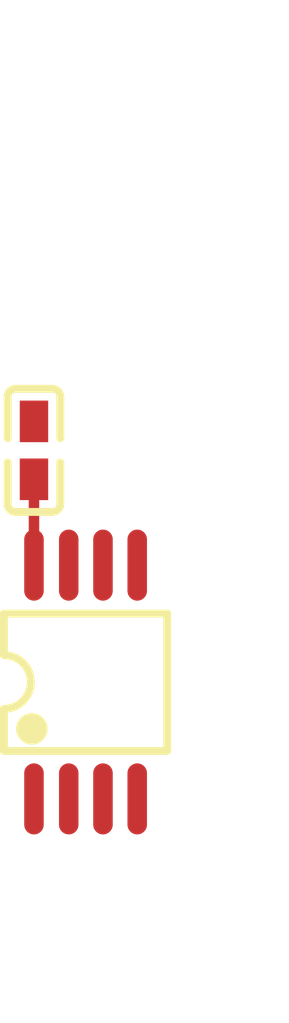
<source format=kicad_pcb>
(kicad_pcb (version 20241229) (generator "pcbnew") (generator_version "9.0")
  (layers (0 "F.Cu" signal) (2 "B.Cu" signal) (13 "F.Paste" user) (15 "B.Paste" user) (5 "F.SilkS" user "F.Silkscreen") (7 "B.SilkS" user "B.Silkscreen") (1 "F.Mask" user) (3 "B.Mask" user) (25 "Edge.Cuts" user))
  (net 0 "")
  (net 1 "gnd")
  (net 2 "SCL")
  (net 3 "VDD")
  (net 4 "IO2")
  (net 5 "IO0")
  (net 6 "IO3")
  (net 7 "IO1")
  (net 8 "SDA")
  (footprint "Samsung_Electro_Mechanics_CL05B104KO5NNNC:C0402" (layer "F.Cu") (at -0.98 -4.4 90)
    (property "Reference" "C1" (hide yes))
    (property "Value" "100nF ±10% 16V X7R")
    (fp_line (start 1.02 -0.5) (end 0.23 -0.5) (stroke (width 0.15)) (layer "F.SilkS"))
    (fp_line (start -1.02 -0.5) (end -0.23 -0.5) (stroke (width 0.15)) (layer "F.SilkS"))
    (fp_line (start 1.17 0.35) (end 1.17 -0.35) (stroke (width 0.15)) (layer "F.SilkS"))
    (fp_line (start -1.17 0.35) (end -1.17 -0.35) (stroke (width 0.15)) (layer "F.SilkS"))
    (fp_line (start 0.23 0.5) (end 1.02 0.5) (stroke (width 0.15)) (layer "F.SilkS"))
    (fp_line (start -0.23 0.5) (end -1.02 0.5) (stroke (width 0.15)) (layer "F.SilkS"))
    (fp_arc (start 1.02 -0.5) (mid 1.126066 -0.456066) (end 1.17 -0.35) (stroke (width 0.15)) (layer "F.SilkS"))
    (fp_arc (start -1.17 -0.35) (mid -1.126066 -0.456066) (end -1.02 -0.5) (stroke (width 0.15)) (layer "F.SilkS"))
    (fp_arc (start 1.17 0.35) (mid 1.126066 0.456066) (end 1.02 0.5) (stroke (width 0.15)) (layer "F.SilkS"))
    (fp_arc (start -1.02 0.5) (mid -1.126066 0.456066) (end -1.17 0.35) (stroke (width 0.15)) (layer "F.SilkS"))
    (pad "1" smd rect (at -0.55 0 90) (size 0.79 0.54) (layers "F.Cu" "F.Mask" "F.Paste") (net 3 "VDD"))
    (pad "2" smd rect (at 0.55 0 90) (size 0.79 0.54) (layers "F.Cu" "F.Mask" "F.Paste") (net 1 "gnd"))
  )
  (footprint "NXP_Semicon_PCA9536DP_118:TSSOP-8_L3.0-W3.0-P0.65-LS4.9-BL" (layer "F.Cu") (at 0 0)
    (property "Reference" "U1" (hide yes))
    (property "Value" "")
    (fp_line (start -1.55 -1.3) (end -1.55 -0.51) (stroke (width 0.15)) (layer "F.SilkS"))
    (fp_line (start -1.55 -1.3) (end 1.55 -1.3) (stroke (width 0.15)) (layer "F.SilkS"))
    (fp_line (start -1.55 0.51) (end -1.55 1.31) (stroke (width 0.15)) (layer "F.SilkS"))
    (fp_line (start -1.55 1.31) (end 1.55 1.31) (stroke (width 0.15)) (layer "F.SilkS"))
    (fp_line (start 1.55 -1.3) (end 1.55 1.31) (stroke (width 0.15)) (layer "F.SilkS"))
    (fp_arc (start -1.55 -0.51) (mid -1.04 0) (end -1.55 0.51) (stroke (width 0.15)) (layer "F.SilkS"))
    (fp_circle (center -1.02 0.89) (end -0.87 0.89) (stroke (width 0.3)) (fill no) (layer "F.SilkS"))
    (pad "1" smd oval (at -0.98 2.22) (size 0.37 1.35) (layers "F.Cu" "F.Mask" "F.Paste") (net 5 "IO0"))
    (pad "2" smd oval (at -0.32 2.22) (size 0.37 1.35) (layers "F.Cu" "F.Mask" "F.Paste") (net 7 "IO1"))
    (pad "3" smd oval (at 0.33 2.22) (size 0.37 1.35) (layers "F.Cu" "F.Mask" "F.Paste") (net 4 "IO2"))
    (pad "4" smd oval (at 0.98 2.22) (size 0.37 1.35) (layers "F.Cu" "F.Mask" "F.Paste") (net 1 "gnd"))
    (pad "5" smd oval (at 0.98 -2.22) (size 0.37 1.35) (layers "F.Cu" "F.Mask" "F.Paste") (net 6 "IO3"))
    (pad "6" smd oval (at 0.33 -2.22) (size 0.37 1.35) (layers "F.Cu" "F.Mask" "F.Paste") (net 2 "SCL"))
    (pad "7" smd oval (at -0.32 -2.22) (size 0.37 1.35) (layers "F.Cu" "F.Mask" "F.Paste") (net 8 "SDA"))
    (pad "8" smd oval (at -0.98 -2.22) (size 0.37 1.35) (layers "F.Cu" "F.Mask" "F.Paste") (net 3 "VDD"))
  )
  (segment (start -0.98 -2.22) (end -0.98 -3.85) (width 0.2) (layer "F.Cu") (net 3))
)
</source>
